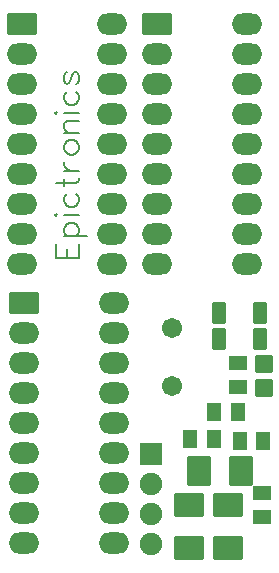
<source format=gts>
G04 Layer: TopSolderMaskLayer*
G04 EasyEDA v6.5.34, 2023-08-27 08:43:48*
G04 90a6fbf4bffc4057ae6bdd16324da943,d57712b53ce844a48ecc409583de2b89,10*
G04 Gerber Generator version 0.2*
G04 Scale: 100 percent, Rotated: No, Reflected: No *
G04 Dimensions in millimeters *
G04 leading zeros omitted , absolute positions ,4 integer and 5 decimal *
%FSLAX45Y45*%
%MOMM*%

%AMMACRO1*1,1,$1,$2,$3*1,1,$1,$4,$5*1,1,$1,0-$2,0-$3*1,1,$1,0-$4,0-$5*20,1,$1,$2,$3,$4,$5,0*20,1,$1,$4,$5,0-$2,0-$3,0*20,1,$1,0-$2,0-$3,0-$4,0-$5,0*20,1,$1,0-$4,0-$5,$2,$3,0*4,1,4,$2,$3,$4,$5,0-$2,0-$3,0-$4,0-$5,$2,$3,0*%
%ADD10C,0.2032*%
%ADD11MACRO1,0.1016X0.675X-0.705X-0.675X-0.705*%
%ADD12MACRO1,0.1016X0.675X0.705X-0.675X0.705*%
%ADD13MACRO1,0.1016X1.188X0.95X1.188X-0.95*%
%ADD14MACRO1,0.1016X-0.95X1.188X0.95X1.188*%
%ADD15MACRO1,0.2032X-0.85X0.85X0.85X0.85*%
%ADD16C,1.9032*%
%ADD17MACRO1,0.1016X0.6885X-0.5663X-0.6885X-0.5663*%
%ADD18MACRO1,0.1016X0.6885X0.5663X-0.6885X0.5663*%
%ADD19MACRO1,0.1016X-0.5663X-0.6885X-0.5663X0.6885*%
%ADD20MACRO1,0.1016X0.5663X-0.6885X0.5663X0.6885*%
%ADD21MACRO1,0.2032X-1.2X0.8X1.2X0.8*%
%ADD22O,2.6031952X1.8031968*%
%ADD23MACRO1,0.1016X0.55X-0.85X-0.55X-0.85*%
%ADD24C,1.7032*%

%LPD*%
D10*
X1204721Y6413500D02*
G01*
X1398523Y6413500D01*
X1204721Y6413500D02*
G01*
X1204721Y6533642D01*
X1296923Y6413500D02*
G01*
X1296923Y6487413D01*
X1398523Y6413500D02*
G01*
X1398523Y6533642D01*
X1269237Y6594602D02*
G01*
X1463294Y6594602D01*
X1296923Y6594602D02*
G01*
X1278636Y6612889D01*
X1269237Y6631431D01*
X1269237Y6659118D01*
X1278636Y6677660D01*
X1296923Y6696202D01*
X1324610Y6705345D01*
X1343152Y6705345D01*
X1370837Y6696202D01*
X1389379Y6677660D01*
X1398523Y6659118D01*
X1398523Y6631431D01*
X1389379Y6612889D01*
X1370837Y6594602D01*
X1204721Y6766305D02*
G01*
X1213865Y6775450D01*
X1204721Y6784847D01*
X1195323Y6775450D01*
X1204721Y6766305D01*
X1269237Y6775450D02*
G01*
X1398523Y6775450D01*
X1296923Y6956552D02*
G01*
X1278636Y6938010D01*
X1269237Y6919721D01*
X1269237Y6892036D01*
X1278636Y6873494D01*
X1296923Y6854952D01*
X1324610Y6845808D01*
X1343152Y6845808D01*
X1370837Y6854952D01*
X1389379Y6873494D01*
X1398523Y6892036D01*
X1398523Y6919721D01*
X1389379Y6938010D01*
X1370837Y6956552D01*
X1204721Y7045197D02*
G01*
X1361694Y7045197D01*
X1389379Y7054595D01*
X1398523Y7072884D01*
X1398523Y7091426D01*
X1269237Y7017512D02*
G01*
X1269237Y7082281D01*
X1269237Y7152386D02*
G01*
X1398523Y7152386D01*
X1324610Y7152386D02*
G01*
X1296923Y7161529D01*
X1278636Y7180071D01*
X1269237Y7198613D01*
X1269237Y7226300D01*
X1269237Y7333487D02*
G01*
X1278636Y7314945D01*
X1296923Y7296404D01*
X1324610Y7287260D01*
X1343152Y7287260D01*
X1370837Y7296404D01*
X1389379Y7314945D01*
X1398523Y7333487D01*
X1398523Y7361173D01*
X1389379Y7379715D01*
X1370837Y7398004D01*
X1343152Y7407402D01*
X1324610Y7407402D01*
X1296923Y7398004D01*
X1278636Y7379715D01*
X1269237Y7361173D01*
X1269237Y7333487D01*
X1269237Y7468362D02*
G01*
X1398523Y7468362D01*
X1306321Y7468362D02*
G01*
X1278636Y7496047D01*
X1269237Y7514589D01*
X1269237Y7542276D01*
X1278636Y7560563D01*
X1306321Y7569962D01*
X1398523Y7569962D01*
X1204721Y7630921D02*
G01*
X1213865Y7640065D01*
X1204721Y7649210D01*
X1195323Y7640065D01*
X1204721Y7630921D01*
X1269237Y7640065D02*
G01*
X1398523Y7640065D01*
X1296923Y7821168D02*
G01*
X1278636Y7802626D01*
X1269237Y7784084D01*
X1269237Y7756397D01*
X1278636Y7738110D01*
X1296923Y7719568D01*
X1324610Y7710170D01*
X1343152Y7710170D01*
X1370837Y7719568D01*
X1389379Y7738110D01*
X1398523Y7756397D01*
X1398523Y7784084D01*
X1389379Y7802626D01*
X1370837Y7821168D01*
X1296923Y7983728D02*
G01*
X1278636Y7974329D01*
X1269237Y7946644D01*
X1269237Y7918958D01*
X1278636Y7891271D01*
X1296923Y7882128D01*
X1315465Y7891271D01*
X1324610Y7909813D01*
X1334007Y7956042D01*
X1343152Y7974329D01*
X1361694Y7983728D01*
X1370837Y7983728D01*
X1389379Y7974329D01*
X1398523Y7946644D01*
X1398523Y7918958D01*
X1389379Y7891271D01*
X1370837Y7882128D01*
D11*
G01*
X2959100Y5510202D03*
D12*
G01*
X2959100Y5310197D03*
D13*
G01*
X2324098Y3960334D03*
G01*
X2324098Y4320062D03*
G01*
X2654298Y3960334D03*
G01*
X2654298Y4320062D03*
D14*
G01*
X2770665Y4610098D03*
G01*
X2410937Y4610098D03*
D15*
G01*
X2006601Y4749798D03*
D16*
G01*
X2006600Y4495800D03*
G01*
X2006600Y4241800D03*
G01*
X2006600Y3987800D03*
D17*
G01*
X2946400Y4418004D03*
D18*
G01*
X2946400Y4217995D03*
D17*
G01*
X2743200Y5522904D03*
D18*
G01*
X2743200Y5322895D03*
D19*
G01*
X2957504Y4864100D03*
D20*
G01*
X2757495Y4864100D03*
D19*
G01*
X2741604Y5105400D03*
D20*
G01*
X2541595Y5105400D03*
D19*
G01*
X2538404Y4876800D03*
D20*
G01*
X2338395Y4876800D03*
D21*
G01*
X914400Y8394700D03*
D22*
G01*
X1676400Y6362700D03*
G01*
X914400Y8140700D03*
G01*
X1676400Y6616700D03*
G01*
X914400Y7886700D03*
G01*
X1676400Y6870700D03*
G01*
X914400Y7632700D03*
G01*
X1676400Y7124700D03*
G01*
X914400Y7378700D03*
G01*
X1676400Y7378700D03*
G01*
X914400Y7124700D03*
G01*
X1676400Y7632700D03*
G01*
X914400Y6870700D03*
G01*
X1676400Y7886700D03*
G01*
X914400Y6616700D03*
G01*
X1676400Y8140700D03*
G01*
X914400Y6362700D03*
G01*
X1676400Y8394700D03*
D21*
G01*
X2057400Y8394700D03*
D22*
G01*
X2819400Y6362700D03*
G01*
X2057400Y8140700D03*
G01*
X2819400Y6616700D03*
G01*
X2057400Y7886700D03*
G01*
X2819400Y6870700D03*
G01*
X2057400Y7632700D03*
G01*
X2819400Y7124700D03*
G01*
X2057400Y7378700D03*
G01*
X2819400Y7378700D03*
G01*
X2057400Y7124700D03*
G01*
X2819400Y7632700D03*
G01*
X2057400Y6870700D03*
G01*
X2819400Y7886700D03*
G01*
X2057400Y6616700D03*
G01*
X2819400Y8140700D03*
G01*
X2057400Y6362700D03*
G01*
X2819400Y8394700D03*
D21*
G01*
X927100Y6032500D03*
D22*
G01*
X1689100Y4000500D03*
G01*
X927100Y5778500D03*
G01*
X1689100Y4254500D03*
G01*
X927100Y5524500D03*
G01*
X1689100Y4508500D03*
G01*
X927100Y5270500D03*
G01*
X1689100Y4762500D03*
G01*
X927100Y5016500D03*
G01*
X1689100Y5016500D03*
G01*
X927100Y4762500D03*
G01*
X1689100Y5270500D03*
G01*
X927100Y4508500D03*
G01*
X1689100Y5524500D03*
G01*
X927100Y4254500D03*
G01*
X1689100Y5778500D03*
G01*
X927100Y4000500D03*
G01*
X1689100Y6032500D03*
D23*
G01*
X2925899Y5943598D03*
G01*
X2585900Y5943598D03*
G01*
X2925899Y5727698D03*
G01*
X2585900Y5727698D03*
D24*
G01*
X2184400Y5330291D03*
G01*
X2184400Y5820282D03*
M02*

</source>
